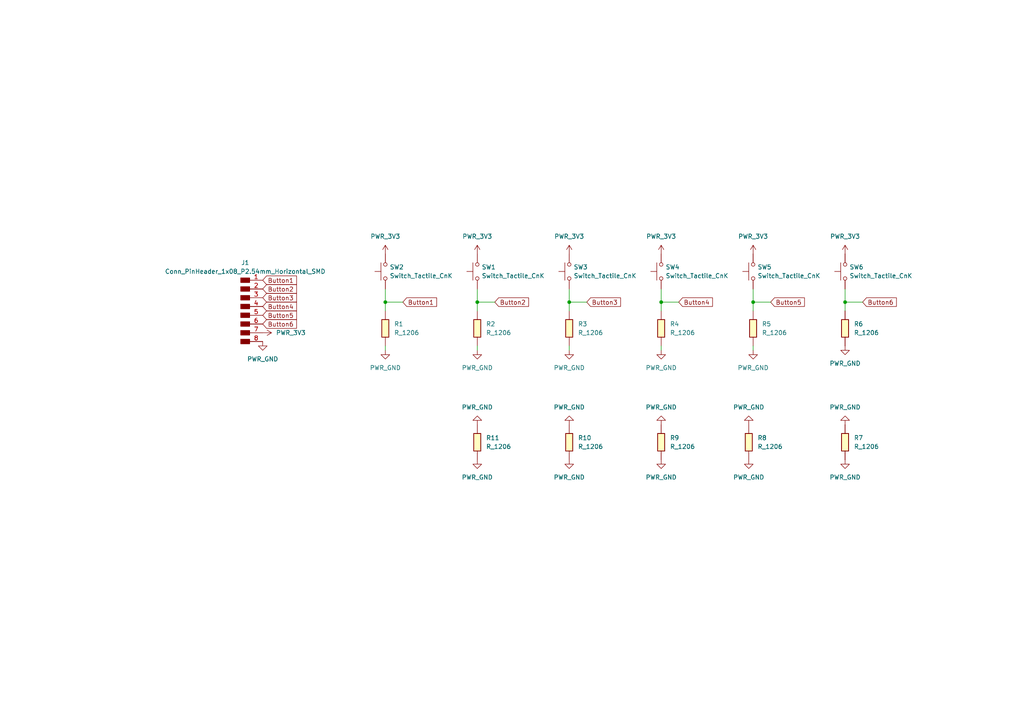
<source format=kicad_sch>
(kicad_sch (version 20231120) (generator "eeschema") (generator_version "8.0")
  (paper "A4")
  (lib_symbols
    (symbol "Fabac:Conn_PinHeader_1x08_P2.54mm_Horizontal_SMD" (pin_names hide)
      (property "Reference" "J" (at 0 10.16 0))
      (property "Value" "Conn_PinHeader_1x08_P2.54mm_Horizontal_SMD" (at 0 -12.7 0))
      (symbol "Conn_PinHeader_1x08_P2.54mm_Horizontal_SMD_1_1"
        (rectangle (start -1.27 -9.525) (end 1.27 -10.795) (stroke (width 0.254)) (fill (type outline)))
        (rectangle (start -1.27 -6.985) (end 1.27 -8.255) (stroke (width 0.254)) (fill (type outline)))
        (rectangle (start -1.27 -4.445) (end 1.27 -5.715) (stroke (width 0.254)) (fill (type outline)))
        (rectangle (start -1.27 -1.905) (end 1.27 -3.175) (stroke (width 0.254)) (fill (type outline)))
        (rectangle (start -1.27 0.635) (end 1.27 -0.635) (stroke (width 0.254)) (fill (type outline)))
        (rectangle (start -1.27 3.175) (end 1.27 1.905) (stroke (width 0.254)) (fill (type outline)))
        (rectangle (start -1.27 5.715) (end 1.27 4.445) (stroke (width 0.254)) (fill (type outline)))
        (rectangle (start -1.27 8.255) (end 1.27 6.985) (stroke (width 0.254)) (fill (type outline)))
        (pin passive line (at 5.08 7.62 180) (length 3.81) (name "Pin_1") (number "1"))
        (pin passive line (at 5.08 5.08 180) (length 3.81) (name "Pin_2") (number "2"))
        (pin passive line (at 5.08 2.54 180) (length 3.81) (name "Pin_3") (number "3"))
        (pin passive line (at 5.08 0 180) (length 3.81) (name "Pin_4") (number "4"))
        (pin passive line (at 5.08 -2.54 180) (length 3.81) (name "Pin_5") (number "5"))
        (pin passive line (at 5.08 -5.08 180) (length 3.81) (name "Pin_6") (number "6"))
        (pin passive line (at 5.08 -7.62 180) (length 3.81) (name "Pin_7") (number "7"))
        (pin passive line (at 5.08 -10.16 180) (length 3.81) (name "Pin_8") (number "8"))
      )
    )
    (symbol "Fabac:PWR_3V3" (power) (pin_names (offset 0))
      (property "Value" "PWR_3V3" (at 0 3.556 0))
      (symbol "PWR_3V3_0_1"
        (polyline (pts (xy -0.762 1.27) (xy 0 2.54)))
        (polyline (pts (xy 0 0) (xy 0 2.54)))
        (polyline (pts (xy 0 2.54) (xy 0.762 1.27)))
      )
      (symbol "PWR_3V3_1_1"
        (pin power_in line (at 0 0 90) (length 0) hide (name "PWR_3V3") (number "1"))
      )
    )
    (symbol "Fabac:PWR_GND" (power) (pin_names (offset 0))
      (property "Value" "PWR_GND" (at 0 -3.81 0))
      (symbol "PWR_GND_0_1"
        (polyline (pts (xy 0 0) (xy 0 -1.27) (xy 1.27 -1.27) (xy 0 -2.54) (xy -1.27 -1.27) (xy 0 -1.27)))
      )
      (symbol "PWR_GND_1_1"
        (pin power_in line (at 0 0 270) (length 0) hide (name "PWR_GND") (number "1"))
      )
    )
    (symbol "Fabac:R_1206" (pin_numbers hide) (pin_names (offset 0))
      (property "Reference" "R" (at 2.54 0 90))
      (property "Value" "R_1206" (at -2.54 0 90))
      (symbol "R_1206_0_1"
        (rectangle (start -1.016 -2.54) (end 1.016 2.54) (stroke (width 0.254)) (fill (type background)))
      )
      (symbol "R_1206_1_1"
        (pin passive line (at 0 5.08 270) (length 2.54) (name "~") (number "1"))
        (pin passive line (at 0 -5.08 90) (length 2.54) (name "~") (number "2"))
      )
    )
    (symbol "Fabac:Switch_Tactile_CnK" (pin_numbers hide) (pin_names (offset 1.016) hide)
      (property "Reference" "SW" (at 1.27 3.81 0))
      (property "Value" "Switch_Tactile_CnK" (at 0 0 0))
      (symbol "Switch_Tactile_CnK_0_1"
        (circle (center -2.032 0) (radius 0.508))
        (polyline (pts (xy 0 1.27) (xy 0 3.048)))
        (polyline (pts (xy 2.54 1.27) (xy -2.54 1.27)))
        (circle (center 2.032 0) (radius 0.508))
        (pin passive line (at -5.08 0 0) (length 2.54) (name "1") (number "1"))
        (pin passive line (at 5.08 0 180) (length 2.54) (name "2") (number "2"))
      )
    )
  )
  (junction (at 165.1 87.63))
  (junction (at 191.77 87.63))
  (junction (at 218.44 87.63))
  (junction (at 111.76 87.63))
  (junction (at 245.11 87.63))
  (junction (at 138.43 87.63))
  (wire (pts (xy 111.76 100.33) (xy 111.76 101.6)))
  (wire (pts (xy 250.19 87.63) (xy 245.11 87.63)))
  (wire (pts (xy 111.76 87.63) (xy 111.76 83.82)))
  (wire (pts (xy 138.43 87.63) (xy 138.43 83.82)))
  (wire (pts (xy 111.76 90.17) (xy 111.76 87.63)))
  (wire (pts (xy 165.1 90.17) (xy 165.1 87.63)))
  (wire (pts (xy 218.44 100.33) (xy 218.44 101.6)))
  (wire (pts (xy 191.77 90.17) (xy 191.77 87.63)))
  (wire (pts (xy 116.84 87.63) (xy 111.76 87.63)))
  (wire (pts (xy 191.77 87.63) (xy 191.77 83.82)))
  (wire (pts (xy 223.52 87.63) (xy 218.44 87.63)))
  (wire (pts (xy 138.43 100.33) (xy 138.43 101.6)))
  (wire (pts (xy 245.11 90.17) (xy 245.11 87.63)))
  (wire (pts (xy 138.43 90.17) (xy 138.43 87.63)))
  (wire (pts (xy 245.11 87.63) (xy 245.11 83.82)))
  (wire (pts (xy 218.44 87.63) (xy 218.44 83.82)))
  (wire (pts (xy 143.51 87.63) (xy 138.43 87.63)))
  (wire (pts (xy 165.1 100.33) (xy 165.1 101.6)))
  (wire (pts (xy 170.18 87.63) (xy 165.1 87.63)))
  (wire (pts (xy 165.1 87.63) (xy 165.1 83.82)))
  (wire (pts (xy 218.44 90.17) (xy 218.44 87.63)))
  (wire (pts (xy 191.77 100.33) (xy 191.77 101.6)))
  (wire (pts (xy 196.85 87.63) (xy 191.77 87.63)))
  (global_label "Button5" (shape input) (at 223.52 87.63 0) (property "Intersheetrefs" "${INTERSHEET_REFS}" (effects (hide yes))))
  (global_label "Button2" (shape input) (at 143.51 87.63 0) (property "Intersheetrefs" "${INTERSHEET_REFS}" (effects (hide yes))))
  (global_label "Button3" (shape input) (at 170.18 87.63 0) (property "Intersheetrefs" "${INTERSHEET_REFS}" (effects (hide yes))))
  (global_label "Button6" (shape input) (at 76.2 93.98 0) (property "Intersheetrefs" "${INTERSHEET_REFS}" (effects (hide yes))))
  (global_label "Button3" (shape input) (at 76.2 86.36 0) (property "Intersheetrefs" "${INTERSHEET_REFS}" (effects (hide yes))))
  (global_label "Button1" (shape input) (at 116.84 87.63 0) (property "Intersheetrefs" "${INTERSHEET_REFS}" (effects (hide yes))))
  (global_label "Button4" (shape input) (at 76.2 88.9 0) (property "Intersheetrefs" "${INTERSHEET_REFS}" (effects (hide yes))))
  (global_label "Button4" (shape input) (at 196.85 87.63 0) (property "Intersheetrefs" "${INTERSHEET_REFS}" (effects (hide yes))))
  (global_label "Button6" (shape input) (at 250.19 87.63 0) (property "Intersheetrefs" "${INTERSHEET_REFS}" (effects (hide yes))))
  (global_label "Button1" (shape input) (at 76.2 81.28 0) (property "Intersheetrefs" "${INTERSHEET_REFS}" (effects (hide yes))))
  (global_label "Button5" (shape input) (at 76.2 91.44 0) (property "Intersheetrefs" "${INTERSHEET_REFS}" (effects (hide yes))))
  (global_label "Button2" (shape input) (at 76.2 83.82 0) (property "Intersheetrefs" "${INTERSHEET_REFS}" (effects (hide yes))))
  (symbol (lib_id "Fabac:PWR_3V3") (at 218.44 73.66 0) (unit 1)
    (property "Reference" "#PWR011" (effects (hide yes)))
    (property "Value" "PWR_3V3" (at 218.44 68.58 0))
    (property "Description" "Power symbol creates a global label with name \"+3V3\"" (effects (hide yes)))
  )
  (symbol (lib_id "Fabac:PWR_GND") (at 191.77 123.19 180) (unit 1)
    (property "Reference" "#PWR019" (effects (hide yes)))
    (property "Value" "PWR_GND" (at 191.77 118.11 0))
    (property "Description" "Power symbol creates a global label with name \"GND\" , ground" (effects (hide yes)))
  )
  (symbol (lib_id "Fabac:R_1206") (at 111.76 95.25 0) (unit 1)
    (property "Reference" "R1" (at 114.3 93.9799 0) (effects (justify left)))
    (property "Value" "R_1206" (at 114.3 96.5199 0) (effects (justify left)))
    (property "Footprint" "Fabac:R_1206" (effects (hide yes)))
    (property "Description" "Resistor" (effects (hide yes)))
  )
  (symbol (lib_id "Fabac:PWR_GND") (at 165.1 123.19 180) (unit 1)
    (property "Reference" "#PWR021" (effects (hide yes)))
    (property "Value" "PWR_GND" (at 165.1 118.11 0))
    (property "Description" "Power symbol creates a global label with name \"GND\" , ground" (effects (hide yes)))
  )
  (symbol (lib_id "Fabac:PWR_GND") (at 76.2 99.06 0) (unit 1)
    (property "Reference" "#PWR02" (effects (hide yes)))
    (property "Value" "PWR_GND" (at 76.2 104.14 0))
    (property "Description" "Power symbol creates a global label with name \"GND\" , ground" (effects (hide yes)))
  )
  (symbol (lib_id "Fabac:PWR_GND") (at 217.17 133.35 0) (unit 1)
    (property "Reference" "#PWR015" (effects (hide yes)))
    (property "Value" "PWR_GND" (at 217.17 138.43 0))
    (property "Description" "Power symbol creates a global label with name \"GND\" , ground" (effects (hide yes)))
  )
  (symbol (lib_id "Fabac:R_1206") (at 138.43 128.27 0) (unit 1)
    (property "Reference" "R11" (at 140.97 126.9999 0) (effects (justify left)))
    (property "Value" "R_1206" (at 140.97 129.5399 0) (effects (justify left)))
    (property "Footprint" "Fabac:R_1206" (effects (hide yes)))
    (property "Description" "Resistor" (effects (hide yes)))
  )
  (symbol (lib_id "Fabac:R_1206") (at 217.17 128.27 0) (unit 1)
    (property "Reference" "R8" (at 219.71 126.9999 0) (effects (justify left)))
    (property "Value" "R_1206" (at 219.71 129.5399 0) (effects (justify left)))
    (property "Footprint" "Fabac:R_1206" (effects (hide yes)))
    (property "Description" "Resistor" (effects (hide yes)))
  )
  (symbol (lib_id "Fabac:PWR_GND") (at 218.44 101.6 0) (unit 1)
    (property "Reference" "#PWR012" (effects (hide yes)))
    (property "Value" "PWR_GND" (at 218.44 106.68 0))
    (property "Description" "Power symbol creates a global label with name \"GND\" , ground" (effects (hide yes)))
  )
  (symbol (lib_id "Fabac:R_1206") (at 218.44 95.25 0) (unit 1)
    (property "Reference" "R5" (at 220.98 93.9799 0) (effects (justify left)))
    (property "Value" "R_1206" (at 220.98 96.5199 0) (effects (justify left)))
    (property "Footprint" "Fabac:R_1206" (effects (hide yes)))
    (property "Description" "Resistor" (effects (hide yes)))
  )
  (symbol (lib_id "Fabac:Switch_Tactile_CnK") (at 138.43 78.74 90) (unit 1)
    (property "Reference" "SW1" (at 139.7 77.4699 90) (effects (justify right)))
    (property "Value" "Switch_Tactile_CnK" (at 139.7 80.0099 90) (effects (justify right)))
    (property "Footprint" "Fabac:Button_Omron_B3SN_6.0x6.0mm" (effects (hide yes)))
    (property "Datasheet" "https://www.ckswitches.com/media/2779/pts636.pdf" (effects (hide yes)))
    (property "Description" "Push button switch, C&K PTS636 SM25F SMTR LFS, Tactile Switch SPST-NO Top Actuated Surface Mount" (effects (hide yes)))
  )
  (symbol (lib_id "Fabac:PWR_GND") (at 245.11 100.33 0) (unit 1)
    (property "Reference" "#PWR014" (effects (hide yes)))
    (property "Value" "PWR_GND" (at 245.11 105.41 0))
    (property "Description" "Power symbol creates a global label with name \"GND\" , ground" (effects (hide yes)))
  )
  (symbol (lib_id "Fabac:PWR_GND") (at 217.17 123.19 180) (unit 1)
    (property "Reference" "#PWR016" (effects (hide yes)))
    (property "Value" "PWR_GND" (at 217.17 118.11 0))
    (property "Description" "Power symbol creates a global label with name \"GND\" , ground" (effects (hide yes)))
  )
  (symbol (lib_id "Fabac:Conn_PinHeader_1x08_P2.54mm_Horizontal_SMD") (at 71.12 88.9 0) (unit 1)
    (property "Reference" "J1" (at 71.12 76.2 0))
    (property "Value" "Conn_PinHeader_1x08_P2.54mm_Horizontal_SMD" (at 71.12 78.74 0))
    (property "Footprint" "Fabac:PinHeader_1x08_P2.54mm_Horizontal_SMD" (effects (hide yes)))
    (property "Description" "Male connector, single row" (effects (hide yes)))
  )
  (symbol (lib_id "Fabac:Switch_Tactile_CnK") (at 191.77 78.74 90) (unit 1)
    (property "Reference" "SW4" (at 193.04 77.4699 90) (effects (justify right)))
    (property "Value" "Switch_Tactile_CnK" (at 193.04 80.0099 90) (effects (justify right)))
    (property "Footprint" "Fabac:Button_Omron_B3SN_6.0x6.0mm" (effects (hide yes)))
    (property "Datasheet" "https://www.ckswitches.com/media/2779/pts636.pdf" (effects (hide yes)))
    (property "Description" "Push button switch, C&K PTS636 SM25F SMTR LFS, Tactile Switch SPST-NO Top Actuated Surface Mount" (effects (hide yes)))
  )
  (symbol (lib_id "Fabac:R_1206") (at 245.11 128.27 0) (unit 1)
    (property "Reference" "R7" (at 247.65 126.9999 0) (effects (justify left)))
    (property "Value" "R_1206" (at 247.65 129.5399 0) (effects (justify left)))
    (property "Footprint" "Fabac:R_1206" (effects (hide yes)))
    (property "Description" "Resistor" (effects (hide yes)))
  )
  (symbol (lib_id "Fabac:PWR_3V3") (at 76.2 96.52 270) (unit 1)
    (property "Reference" "#PWR01" (effects (hide yes)))
    (property "Value" "PWR_3V3" (at 80.01 96.5199 90) (effects (justify left)))
    (property "Description" "Power symbol creates a global label with name \"+3V3\"" (effects (hide yes)))
  )
  (symbol (lib_id "Fabac:PWR_GND") (at 191.77 133.35 0) (unit 1)
    (property "Reference" "#PWR020" (effects (hide yes)))
    (property "Value" "PWR_GND" (at 191.77 138.43 0))
    (property "Description" "Power symbol creates a global label with name \"GND\" , ground" (effects (hide yes)))
  )
  (symbol (lib_id "Fabac:PWR_GND") (at 165.1 133.35 0) (unit 1)
    (property "Reference" "#PWR022" (effects (hide yes)))
    (property "Value" "PWR_GND" (at 165.1 138.43 0))
    (property "Description" "Power symbol creates a global label with name \"GND\" , ground" (effects (hide yes)))
  )
  (symbol (lib_id "Fabac:PWR_GND") (at 245.11 133.35 0) (unit 1)
    (property "Reference" "#PWR018" (effects (hide yes)))
    (property "Value" "PWR_GND" (at 245.11 138.43 0))
    (property "Description" "Power symbol creates a global label with name \"GND\" , ground" (effects (hide yes)))
  )
  (symbol (lib_id "Fabac:Switch_Tactile_CnK") (at 245.11 78.74 90) (unit 1)
    (property "Reference" "SW6" (at 246.38 77.4699 90) (effects (justify right)))
    (property "Value" "Switch_Tactile_CnK" (at 246.38 80.0099 90) (effects (justify right)))
    (property "Footprint" "Fabac:Button_Omron_B3SN_6.0x6.0mm" (effects (hide yes)))
    (property "Datasheet" "https://www.ckswitches.com/media/2779/pts636.pdf" (effects (hide yes)))
    (property "Description" "Push button switch, C&K PTS636 SM25F SMTR LFS, Tactile Switch SPST-NO Top Actuated Surface Mount" (effects (hide yes)))
  )
  (symbol (lib_id "Fabac:PWR_GND") (at 138.43 101.6 0) (unit 1)
    (property "Reference" "#PWR06" (effects (hide yes)))
    (property "Value" "PWR_GND" (at 138.43 106.68 0))
    (property "Description" "Power symbol creates a global label with name \"GND\" , ground" (effects (hide yes)))
  )
  (symbol (lib_id "Fabac:R_1206") (at 138.43 95.25 0) (unit 1)
    (property "Reference" "R2" (at 140.97 93.9799 0) (effects (justify left)))
    (property "Value" "R_1206" (at 140.97 96.5199 0) (effects (justify left)))
    (property "Footprint" "Fabac:R_1206" (effects (hide yes)))
    (property "Description" "Resistor" (effects (hide yes)))
  )
  (symbol (lib_id "Fabac:PWR_GND") (at 138.43 123.19 180) (unit 1)
    (property "Reference" "#PWR023" (effects (hide yes)))
    (property "Value" "PWR_GND" (at 138.43 118.11 0))
    (property "Description" "Power symbol creates a global label with name \"GND\" , ground" (effects (hide yes)))
  )
  (symbol (lib_id "Fabac:PWR_3V3") (at 111.76 73.66 0) (unit 1)
    (property "Reference" "#PWR03" (effects (hide yes)))
    (property "Value" "PWR_3V3" (at 111.76 68.58 0))
    (property "Description" "Power symbol creates a global label with name \"+3V3\"" (effects (hide yes)))
  )
  (symbol (lib_id "Fabac:R_1206") (at 165.1 128.27 0) (unit 1)
    (property "Reference" "R10" (at 167.64 126.9999 0) (effects (justify left)))
    (property "Value" "R_1206" (at 167.64 129.5399 0) (effects (justify left)))
    (property "Footprint" "Fabac:R_1206" (effects (hide yes)))
    (property "Description" "Resistor" (effects (hide yes)))
  )
  (symbol (lib_id "Fabac:R_1206") (at 245.11 95.25 0) (unit 1)
    (property "Reference" "R6" (at 247.65 93.9799 0) (effects (justify left)))
    (property "Value" "R_1206" (at 247.65 96.5199 0) (effects (justify left)))
    (property "Footprint" "Fabac:R_1206" (effects (hide yes)))
    (property "Description" "Resistor" (effects (hide yes)))
  )
  (symbol (lib_id "Fabac:Switch_Tactile_CnK") (at 218.44 78.74 90) (unit 1)
    (property "Reference" "SW5" (at 219.71 77.4699 90) (effects (justify right)))
    (property "Value" "Switch_Tactile_CnK" (at 219.71 80.0099 90) (effects (justify right)))
    (property "Footprint" "Fabac:Button_Omron_B3SN_6.0x6.0mm" (effects (hide yes)))
    (property "Datasheet" "https://www.ckswitches.com/media/2779/pts636.pdf" (effects (hide yes)))
    (property "Description" "Push button switch, C&K PTS636 SM25F SMTR LFS, Tactile Switch SPST-NO Top Actuated Surface Mount" (effects (hide yes)))
  )
  (symbol (lib_id "Fabac:R_1206") (at 165.1 95.25 0) (unit 1)
    (property "Reference" "R3" (at 167.64 93.9799 0) (effects (justify left)))
    (property "Value" "R_1206" (at 167.64 96.5199 0) (effects (justify left)))
    (property "Footprint" "Fabac:R_1206" (effects (hide yes)))
    (property "Description" "Resistor" (effects (hide yes)))
  )
  (symbol (lib_id "Fabac:PWR_GND") (at 138.43 133.35 0) (unit 1)
    (property "Reference" "#PWR024" (effects (hide yes)))
    (property "Value" "PWR_GND" (at 138.43 138.43 0))
    (property "Description" "Power symbol creates a global label with name \"GND\" , ground" (effects (hide yes)))
  )
  (symbol (lib_id "Fabac:PWR_GND") (at 245.11 123.19 180) (unit 1)
    (property "Reference" "#PWR017" (effects (hide yes)))
    (property "Value" "PWR_GND" (at 245.11 118.11 0))
    (property "Description" "Power symbol creates a global label with name \"GND\" , ground" (effects (hide yes)))
  )
  (symbol (lib_id "Fabac:PWR_GND") (at 165.1 101.6 0) (unit 1)
    (property "Reference" "#PWR08" (effects (hide yes)))
    (property "Value" "PWR_GND" (at 165.1 106.68 0))
    (property "Description" "Power symbol creates a global label with name \"GND\" , ground" (effects (hide yes)))
  )
  (symbol (lib_id "Fabac:PWR_3V3") (at 245.11 73.66 0) (unit 1)
    (property "Reference" "#PWR013" (effects (hide yes)))
    (property "Value" "PWR_3V3" (at 245.11 68.58 0))
    (property "Description" "Power symbol creates a global label with name \"+3V3\"" (effects (hide yes)))
  )
  (symbol (lib_id "Fabac:Switch_Tactile_CnK") (at 165.1 78.74 90) (unit 1)
    (property "Reference" "SW3" (at 166.37 77.4699 90) (effects (justify right)))
    (property "Value" "Switch_Tactile_CnK" (at 166.37 80.0099 90) (effects (justify right)))
    (property "Footprint" "Fabac:Button_Omron_B3SN_6.0x6.0mm" (effects (hide yes)))
    (property "Datasheet" "https://www.ckswitches.com/media/2779/pts636.pdf" (effects (hide yes)))
    (property "Description" "Push button switch, C&K PTS636 SM25F SMTR LFS, Tactile Switch SPST-NO Top Actuated Surface Mount" (effects (hide yes)))
  )
  (symbol (lib_id "Fabac:R_1206") (at 191.77 128.27 0) (unit 1)
    (property "Reference" "R9" (at 194.31 126.9999 0) (effects (justify left)))
    (property "Value" "R_1206" (at 194.31 129.5399 0) (effects (justify left)))
    (property "Footprint" "Fabac:R_1206" (effects (hide yes)))
    (property "Description" "Resistor" (effects (hide yes)))
  )
  (symbol (lib_id "Fabac:PWR_3V3") (at 165.1 73.66 0) (unit 1)
    (property "Reference" "#PWR07" (effects (hide yes)))
    (property "Value" "PWR_3V3" (at 165.1 68.58 0))
    (property "Description" "Power symbol creates a global label with name \"+3V3\"" (effects (hide yes)))
  )
  (symbol (lib_id "Fabac:PWR_3V3") (at 138.43 73.66 0) (unit 1)
    (property "Reference" "#PWR05" (effects (hide yes)))
    (property "Value" "PWR_3V3" (at 138.43 68.58 0))
    (property "Description" "Power symbol creates a global label with name \"+3V3\"" (effects (hide yes)))
  )
  (symbol (lib_id "Fabac:PWR_3V3") (at 191.77 73.66 0) (unit 1)
    (property "Reference" "#PWR09" (effects (hide yes)))
    (property "Value" "PWR_3V3" (at 191.77 68.58 0))
    (property "Description" "Power symbol creates a global label with name \"+3V3\"" (effects (hide yes)))
  )
  (symbol (lib_id "Fabac:Switch_Tactile_CnK") (at 111.76 78.74 90) (unit 1)
    (property "Reference" "SW2" (at 113.03 77.4699 90) (effects (justify right)))
    (property "Value" "Switch_Tactile_CnK" (at 113.03 80.0099 90) (effects (justify right)))
    (property "Footprint" "Fabac:Button_Omron_B3SN_6.0x6.0mm" (effects (hide yes)))
    (property "Datasheet" "https://www.ckswitches.com/media/2779/pts636.pdf" (effects (hide yes)))
    (property "Description" "Push button switch, C&K PTS636 SM25F SMTR LFS, Tactile Switch SPST-NO Top Actuated Surface Mount" (effects (hide yes)))
  )
  (symbol (lib_id "Fabac:R_1206") (at 191.77 95.25 0) (unit 1)
    (property "Reference" "R4" (at 194.31 93.9799 0) (effects (justify left)))
    (property "Value" "R_1206" (at 194.31 96.5199 0) (effects (justify left)))
    (property "Footprint" "Fabac:R_1206" (effects (hide yes)))
    (property "Description" "Resistor" (effects (hide yes)))
  )
  (symbol (lib_id "Fabac:PWR_GND") (at 191.77 101.6 0) (unit 1)
    (property "Reference" "#PWR010" (effects (hide yes)))
    (property "Value" "PWR_GND" (at 191.77 106.68 0))
    (property "Description" "Power symbol creates a global label with name \"GND\" , ground" (effects (hide yes)))
  )
  (symbol (lib_id "Fabac:PWR_GND") (at 111.76 101.6 0) (unit 1)
    (property "Reference" "#PWR04" (effects (hide yes)))
    (property "Value" "PWR_GND" (at 111.76 106.68 0))
    (property "Description" "Power symbol creates a global label with name \"GND\" , ground" (effects (hide yes)))
  )
)
</source>
